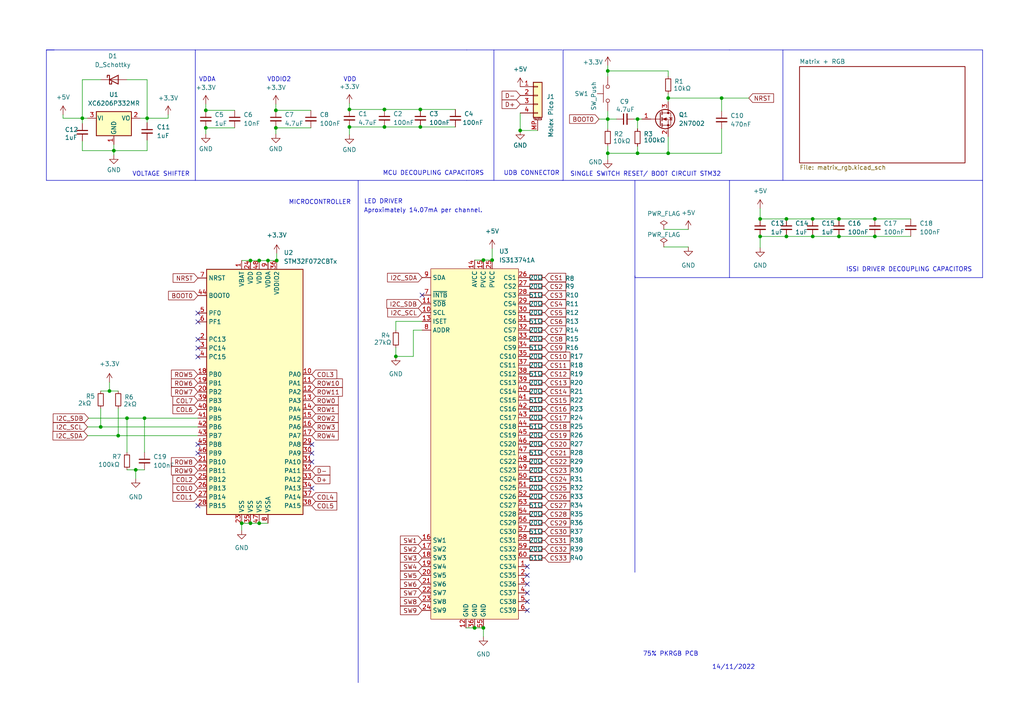
<source format=kicad_sch>
(kicad_sch (version 20230121) (generator eeschema)
  (paper "A4")
  (junction (at 36.83 121.285))
  (junction (at 42.672 34.29))
  (junction (at 41.91 121.285))
  (junction (at 140.208 182.118))
  (junction (at 33.02 43.688))
  (junction (at 101.346 31.75))
  (junction (at 75.184 75.565))
  (junction (at 80.264 75.565))
  (junction (at 23.876 34.29))
  (junction (at 184.912 34.544))
  (junction (at 253.746 68.58))
  (junction (at 59.69 32.004))
  (junction (at 114.808 103.378))
  (junction (at 101.346 36.83))
  (junction (at 235.712 63.5))
  (junction (at 72.644 151.765))
  (junction (at 34.29 126.365))
  (junction (at 59.69 37.084))
  (junction (at 140.208 75.438))
  (junction (at 75.184 151.765))
  (junction (at 209.296 28.448))
  (junction (at 253.746 63.5))
  (junction (at 176.276 34.544))
  (junction (at 31.75 113.411))
  (junction (at 39.37 136.271))
  (junction (at 220.472 63.5))
  (junction (at 176.276 20.574))
  (junction (at 80.01 37.084))
  (junction (at 121.92 36.83))
  (junction (at 184.912 44.45))
  (junction (at 243.332 68.58))
  (junction (at 80.01 32.004))
  (junction (at 150.876 37.846))
  (junction (at 193.802 28.448))
  (junction (at 235.712 68.58))
  (junction (at 228.092 63.5))
  (junction (at 220.472 68.58))
  (junction (at 111.506 36.83))
  (junction (at 142.748 75.438))
  (junction (at 121.92 31.75))
  (junction (at 70.104 151.765))
  (junction (at 72.644 75.565))
  (junction (at 193.802 44.45))
  (junction (at 29.21 123.825))
  (junction (at 77.724 75.565))
  (junction (at 228.092 68.58))
  (junction (at 111.506 31.75))
  (junction (at 176.276 44.45))
  (junction (at 137.668 182.118))
  (junction (at 243.332 63.5))
  (no_connect (at 90.424 128.905))
  (no_connect (at 90.424 133.985))
  (no_connect (at 90.424 141.605))
  (no_connect (at 57.404 146.685))
  (no_connect (at 57.404 131.445))
  (no_connect (at 152.908 164.338))
  (no_connect (at 152.908 166.878))
  (no_connect (at 152.908 169.418))
  (no_connect (at 152.908 171.958))
  (no_connect (at 152.908 174.498))
  (no_connect (at 152.908 177.038))
  (no_connect (at 122.428 85.598))
  (no_connect (at 90.424 131.445))
  (no_connect (at 57.404 90.805))
  (no_connect (at 57.404 93.345))
  (no_connect (at 57.404 98.425))
  (no_connect (at 57.404 100.965))
  (no_connect (at 57.404 103.505))
  (no_connect (at 57.404 128.905))
  (polyline (pts (xy 227.076 14.478) (xy 227.076 52.324)))
  (wire (pts (xy 111.506 31.75) (xy 121.92 31.75)))
  (wire (pts (xy 114.808 100.838) (xy 114.808 103.378)))
  (wire (pts (xy 121.92 31.75) (xy 132.08 31.75)))
  (polyline (pts (xy 13.462 14.478) (xy 56.642 14.478)))
  (wire (pts (xy 23.876 34.29) (xy 25.4 34.29)))
  (wire (pts (xy 34.29 126.365) (xy 57.404 126.365)))
  (wire (pts (xy 150.876 32.766) (xy 150.876 37.846)))
  (wire (pts (xy 18.288 33.274) (xy 18.288 34.29)))
  (wire (pts (xy 193.802 20.574) (xy 193.802 22.098)))
  (polyline (pts (xy 163.322 14.478) (xy 211.582 14.478)))
  (wire (pts (xy 72.644 75.565) (xy 75.184 75.565)))
  (wire (pts (xy 42.672 23.114) (xy 42.672 34.29)))
  (wire (pts (xy 33.02 43.688) (xy 42.672 43.688)))
  (wire (pts (xy 18.288 34.29) (xy 23.876 34.29)))
  (polyline (pts (xy 13.462 14.478) (xy 15.748 14.478)))
  (wire (pts (xy 36.83 121.285) (xy 36.83 131.191)))
  (wire (pts (xy 122.428 95.758) (xy 119.888 95.758)))
  (wire (pts (xy 176.276 34.544) (xy 176.276 32.258)))
  (wire (pts (xy 40.64 34.29) (xy 42.672 34.29)))
  (wire (pts (xy 193.802 44.45) (xy 209.296 44.45)))
  (wire (pts (xy 176.276 44.45) (xy 176.276 46.228)))
  (polyline (pts (xy 211.582 52.324) (xy 211.582 80.518)))
  (wire (pts (xy 33.02 41.91) (xy 33.02 43.688)))
  (wire (pts (xy 80.01 37.084) (xy 80.01 38.862)))
  (wire (pts (xy 29.21 123.825) (xy 57.404 123.825)))
  (wire (pts (xy 101.346 31.75) (xy 111.506 31.75)))
  (wire (pts (xy 176.276 20.574) (xy 193.802 20.574)))
  (polyline (pts (xy 163.068 52.324) (xy 135.382 52.324)))
  (wire (pts (xy 23.876 40.894) (xy 23.876 43.688)))
  (wire (pts (xy 23.876 34.29) (xy 23.876 35.814)))
  (wire (pts (xy 70.104 75.565) (xy 72.644 75.565)))
  (wire (pts (xy 39.37 136.271) (xy 39.37 138.811)))
  (polyline (pts (xy 284.988 52.324) (xy 284.988 14.478)))
  (wire (pts (xy 137.668 75.438) (xy 140.208 75.438)))
  (polyline (pts (xy 184.15 80.01) (xy 184.15 165.989)))
  (wire (pts (xy 183.896 34.544) (xy 184.912 34.544)))
  (polyline (pts (xy 211.582 80.518) (xy 284.988 80.518)))
  (wire (pts (xy 36.83 121.285) (xy 41.91 121.285)))
  (wire (pts (xy 48.768 33.274) (xy 48.768 34.29)))
  (wire (pts (xy 264.16 68.58) (xy 253.746 68.58)))
  (polyline (pts (xy 135.382 52.324) (xy 56.642 52.324)))
  (wire (pts (xy 253.746 63.5) (xy 264.16 63.5)))
  (wire (pts (xy 176.276 34.544) (xy 178.816 34.544)))
  (wire (pts (xy 80.01 30.226) (xy 80.01 32.004)))
  (wire (pts (xy 209.296 28.448) (xy 209.296 32.258)))
  (wire (pts (xy 33.02 43.688) (xy 33.02 44.958)))
  (wire (pts (xy 193.802 44.45) (xy 193.802 39.624)))
  (wire (pts (xy 209.296 37.338) (xy 209.296 44.45)))
  (wire (pts (xy 59.69 37.084) (xy 59.69 38.862)))
  (wire (pts (xy 135.128 182.118) (xy 137.668 182.118)))
  (wire (pts (xy 137.668 182.118) (xy 140.208 182.118)))
  (wire (pts (xy 31.75 113.411) (xy 34.29 113.411)))
  (wire (pts (xy 173.736 34.544) (xy 176.276 34.544)))
  (wire (pts (xy 228.092 63.5) (xy 235.712 63.5)))
  (wire (pts (xy 114.808 103.378) (xy 119.888 103.378)))
  (polyline (pts (xy 184.15 52.324) (xy 184.15 80.518)))
  (polyline (pts (xy 163.322 52.324) (xy 163.068 52.324)))
  (wire (pts (xy 34.29 118.491) (xy 34.29 126.365)))
  (polyline (pts (xy 103.886 52.324) (xy 103.886 197.993)))
  (wire (pts (xy 70.104 151.765) (xy 70.104 153.797)))
  (wire (pts (xy 101.346 36.83) (xy 111.506 36.83)))
  (wire (pts (xy 220.472 68.58) (xy 220.472 71.882)))
  (wire (pts (xy 59.69 30.226) (xy 59.69 32.004)))
  (polyline (pts (xy 135.382 14.478) (xy 163.068 14.478)))
  (polyline (pts (xy 211.582 52.324) (xy 284.988 52.324)))
  (wire (pts (xy 176.276 34.544) (xy 176.276 37.338)))
  (wire (pts (xy 29.21 23.114) (xy 23.876 23.114)))
  (wire (pts (xy 184.912 44.45) (xy 184.912 42.418)))
  (wire (pts (xy 235.712 68.58) (xy 228.092 68.58)))
  (wire (pts (xy 111.506 36.83) (xy 121.92 36.83)))
  (wire (pts (xy 39.37 136.271) (xy 41.91 136.271)))
  (wire (pts (xy 150.876 37.846) (xy 155.956 37.846)))
  (polyline (pts (xy 13.462 14.478) (xy 13.462 52.324)))
  (polyline (pts (xy 56.642 52.324) (xy 13.462 52.324)))
  (wire (pts (xy 192.532 71.628) (xy 199.644 71.628)))
  (wire (pts (xy 101.346 36.83) (xy 101.346 39.116)))
  (polyline (pts (xy 143.256 14.478) (xy 143.256 52.324)))
  (wire (pts (xy 184.912 34.544) (xy 186.182 34.544)))
  (wire (pts (xy 176.276 44.45) (xy 184.912 44.45)))
  (wire (pts (xy 140.208 75.438) (xy 142.748 75.438)))
  (polyline (pts (xy 184.15 80.518) (xy 211.582 80.518)))
  (wire (pts (xy 193.802 28.448) (xy 193.802 29.464)))
  (wire (pts (xy 114.808 93.218) (xy 114.808 95.758)))
  (wire (pts (xy 243.332 68.58) (xy 235.712 68.58)))
  (wire (pts (xy 243.332 63.5) (xy 253.746 63.5)))
  (wire (pts (xy 193.802 28.448) (xy 209.296 28.448)))
  (wire (pts (xy 140.208 182.118) (xy 140.208 184.658)))
  (wire (pts (xy 25.4 123.825) (xy 29.21 123.825)))
  (polyline (pts (xy 56.642 14.478) (xy 56.642 52.324)))
  (wire (pts (xy 42.672 34.29) (xy 42.672 35.56)))
  (wire (pts (xy 122.428 93.218) (xy 114.808 93.218)))
  (wire (pts (xy 80.264 75.565) (xy 80.264 73.533)))
  (wire (pts (xy 77.724 75.565) (xy 80.264 75.565)))
  (wire (pts (xy 59.69 32.004) (xy 68.072 32.004)))
  (wire (pts (xy 25.654 121.285) (xy 36.83 121.285)))
  (wire (pts (xy 75.184 75.565) (xy 77.724 75.565)))
  (wire (pts (xy 29.21 118.491) (xy 29.21 123.825)))
  (wire (pts (xy 23.876 43.688) (xy 33.02 43.688)))
  (wire (pts (xy 75.184 151.765) (xy 72.644 151.765)))
  (wire (pts (xy 176.276 42.418) (xy 176.276 44.45)))
  (wire (pts (xy 80.01 37.084) (xy 90.17 37.084)))
  (wire (pts (xy 41.91 121.285) (xy 57.404 121.285)))
  (wire (pts (xy 192.532 66.548) (xy 199.644 66.548)))
  (wire (pts (xy 29.21 113.411) (xy 31.75 113.411)))
  (wire (pts (xy 25.4 126.365) (xy 34.29 126.365)))
  (wire (pts (xy 176.276 20.574) (xy 176.276 22.098)))
  (wire (pts (xy 176.276 19.05) (xy 176.276 20.574)))
  (wire (pts (xy 77.724 151.765) (xy 75.184 151.765)))
  (wire (pts (xy 184.912 34.544) (xy 184.912 37.338)))
  (wire (pts (xy 220.472 60.452) (xy 220.472 63.5)))
  (wire (pts (xy 31.75 110.871) (xy 31.75 113.411)))
  (wire (pts (xy 59.69 37.084) (xy 68.072 37.084)))
  (wire (pts (xy 48.768 34.29) (xy 42.672 34.29)))
  (wire (pts (xy 184.912 44.45) (xy 193.802 44.45)))
  (wire (pts (xy 80.01 32.004) (xy 90.17 32.004)))
  (wire (pts (xy 119.888 95.758) (xy 119.888 103.378)))
  (wire (pts (xy 193.802 27.178) (xy 193.802 28.448)))
  (wire (pts (xy 220.472 63.5) (xy 228.092 63.5)))
  (polyline (pts (xy 56.642 14.478) (xy 135.382 14.478)))
  (wire (pts (xy 72.644 151.765) (xy 70.104 151.765)))
  (polyline (pts (xy 284.988 80.518) (xy 284.988 52.324)))
  (wire (pts (xy 142.748 72.136) (xy 142.748 75.438)))
  (polyline (pts (xy 284.988 14.478) (xy 211.582 14.478)))
  (wire (pts (xy 36.83 23.114) (xy 42.672 23.114)))
  (wire (pts (xy 228.092 68.58) (xy 220.472 68.58)))
  (wire (pts (xy 41.91 121.285) (xy 41.91 131.191)))
  (wire (pts (xy 36.83 136.271) (xy 39.37 136.271)))
  (wire (pts (xy 121.92 36.83) (xy 132.08 36.83)))
  (wire (pts (xy 235.712 63.5) (xy 243.332 63.5)))
  (wire (pts (xy 253.746 68.58) (xy 243.332 68.58)))
  (wire (pts (xy 101.346 29.972) (xy 101.346 31.75)))
  (polyline (pts (xy 163.322 14.478) (xy 163.322 52.324)))
  (wire (pts (xy 209.296 28.448) (xy 217.17 28.448)))
  (wire (pts (xy 23.876 23.114) (xy 23.876 34.29)))
  (wire (pts (xy 42.672 43.688) (xy 42.672 40.64)))
  (polyline (pts (xy 211.582 52.324) (xy 163.322 52.324)))
  (text "MCU DECOUPLING CAPACITORS " (at 110.998 51.054 0) (effects (font (size 1.27 1.27)) (justify left bottom)))
  (text "ISSI DRIVER DECOUPLING CAPACITORS \n" (at 245.364 78.994 0) (effects (font (size 1.27 1.27)) (justify left bottom)))
  (text "LED DRIVER" (at 105.5624 59.2836 0) (effects (font (size 1.27 1.27)) (justify left bottom)))
  (text "SINGLE SWITCH RESET/ BOOT CIRCUIT STM32\n" (at 165.354 51.308 0) (effects (font (size 1.27 1.27)) (justify left bottom)))
  (text "MICROCONTROLLER" (at 83.7184 59.4868 0) (effects (font (size 1.27 1.27)) (justify left bottom)))
  (text "14/11/2022" (at 206.502 194.31 0) (effects (font (size 1.27 1.27)) (justify left bottom)))
  (text "75% PKRGB PCB" (at 186.436 190.5 0) (effects (font (size 1.27 1.27)) (justify left bottom)))
  (text "UDB CONNECTOR" (at 146.05 51.054 0) (effects (font (size 1.27 1.27)) (justify left bottom)))
  (text "VDDIO2\n" (at 77.47 23.876 0) (effects (font (size 1.27 1.27)) (justify left bottom)))
  (text "VDD\n" (at 99.568 23.876 0) (effects (font (size 1.27 1.27)) (justify left bottom)))
  (text "VDDA \n" (at 57.658 23.876 0) (effects (font (size 1.27 1.27)) (justify left bottom)))
  (text "VOLTAGE SHIFTER" (at 38.354 51.308 0) (effects (font (size 1.27 1.27)) (justify left bottom)))
  (text "Aproximately 14.07mA per channel." (at 105.5116 61.8744 0) (effects (font (size 1.27 1.27)) (justify left bottom)))
  (global_label "I2C_SDA" (shape input) (at 122.428 80.518 180) (property "Intersheetrefs" "${INTERSHEET_REFS}" (effects hide)))
  (global_label "SW5" (shape input) (at 122.428 166.878 180) (property "Intersheetrefs" "${INTERSHEET_REFS}" (effects hide)))
  (global_label "CS9" (shape input) (at 157.988 100.838 0) (property "Intersheetrefs" "${INTERSHEET_REFS}" (effects hide)))
  (global_label "CS19" (shape input) (at 157.988 126.238 0) (property "Intersheetrefs" "${INTERSHEET_REFS}" (effects hide)))
  (global_label "CS22" (shape input) (at 157.988 133.858 0) (property "Intersheetrefs" "${INTERSHEET_REFS}" (effects hide)))
  (global_label "CS12" (shape input) (at 157.988 108.458 0) (property "Intersheetrefs" "${INTERSHEET_REFS}" (effects hide)))
  (global_label "CS27" (shape input) (at 157.988 146.558 0) (property "Intersheetrefs" "${INTERSHEET_REFS}" (effects hide)))
  (global_label "D-" (shape input) (at 150.876 27.686 180) (property "Intersheetrefs" "${INTERSHEET_REFS}" (effects hide)))
  (global_label "COL4" (shape input) (at 90.424 144.145 0) (property "Intersheetrefs" "${INTERSHEET_REFS}" (effects hide)))
  (global_label "ROW4" (shape input) (at 90.424 126.365 0) (property "Intersheetrefs" "${INTERSHEET_REFS}" (effects hide)))
  (global_label "CS25" (shape input) (at 157.988 141.478 0) (property "Intersheetrefs" "${INTERSHEET_REFS}" (effects hide)))
  (global_label "CS10" (shape input) (at 157.988 103.378 0) (property "Intersheetrefs" "${INTERSHEET_REFS}" (effects hide)))
  (global_label "CS11" (shape input) (at 157.988 105.918 0) (property "Intersheetrefs" "${INTERSHEET_REFS}" (effects hide)))
  (global_label "CS7" (shape input) (at 157.988 95.758 0) (property "Intersheetrefs" "${INTERSHEET_REFS}" (effects hide)))
  (global_label "NRST" (shape input) (at 57.404 80.645 180) (property "Intersheetrefs" "${INTERSHEET_REFS}" (effects hide)))
  (global_label "COL2" (shape input) (at 57.404 139.065 180) (property "Intersheetrefs" "${INTERSHEET_REFS}" (effects hide)))
  (global_label "I2C_SDA" (shape input) (at 25.4 126.365 180) (property "Intersheetrefs" "${INTERSHEET_REFS}" (effects hide)))
  (global_label "CS4" (shape input) (at 157.988 88.138 0) (property "Intersheetrefs" "${INTERSHEET_REFS}" (effects hide)))
  (global_label "ROW11" (shape input) (at 90.424 113.665 0) (property "Intersheetrefs" "${INTERSHEET_REFS}" (effects hide)))
  (global_label "BOOT0" (shape input) (at 57.404 85.725 180) (property "Intersheetrefs" "${INTERSHEET_REFS}" (effects hide)))
  (global_label "D+" (shape input) (at 150.876 30.226 180) (property "Intersheetrefs" "${INTERSHEET_REFS}" (effects hide)))
  (global_label "ROW9" (shape input) (at 57.404 136.525 180) (property "Intersheetrefs" "${INTERSHEET_REFS}" (effects hide)))
  (global_label "D-" (shape input) (at 90.424 136.525 0) (property "Intersheetrefs" "${INTERSHEET_REFS}" (effects hide)))
  (global_label "ROW5" (shape input) (at 57.404 108.585 180) (property "Intersheetrefs" "${INTERSHEET_REFS}" (effects hide)))
  (global_label "COL7" (shape input) (at 57.404 116.205 180) (property "Intersheetrefs" "${INTERSHEET_REFS}" (effects hide)))
  (global_label "I2C_SDB" (shape input) (at 25.654 121.285 180) (property "Intersheetrefs" "${INTERSHEET_REFS}" (effects hide)))
  (global_label "ROW10" (shape input) (at 90.424 111.125 0) (property "Intersheetrefs" "${INTERSHEET_REFS}" (effects hide)))
  (global_label "D+" (shape input) (at 90.424 139.065 0) (property "Intersheetrefs" "${INTERSHEET_REFS}" (effects hide)))
  (global_label "CS14" (shape input) (at 157.988 113.538 0) (property "Intersheetrefs" "${INTERSHEET_REFS}" (effects hide)))
  (global_label "CS1" (shape input) (at 157.988 80.518 0) (property "Intersheetrefs" "${INTERSHEET_REFS}" (effects hide)))
  (global_label "SW3" (shape input) (at 122.428 161.798 180) (property "Intersheetrefs" "${INTERSHEET_REFS}" (effects hide)))
  (global_label "SW8" (shape input) (at 122.428 174.498 180) (property "Intersheetrefs" "${INTERSHEET_REFS}" (effects hide)))
  (global_label "ROW1" (shape input) (at 90.424 118.745 0) (property "Intersheetrefs" "${INTERSHEET_REFS}" (effects hide)))
  (global_label "SW7" (shape input) (at 122.428 171.958 180) (property "Intersheetrefs" "${INTERSHEET_REFS}" (effects hide)))
  (global_label "I2C_SCL" (shape input) (at 25.4 123.825 180) (property "Intersheetrefs" "${INTERSHEET_REFS}" (effects hide)))
  (global_label "CS2" (shape input) (at 157.988 83.058 0) (property "Intersheetrefs" "${INTERSHEET_REFS}" (effects hide)))
  (global_label "NRST" (shape input) (at 217.17 28.448 0) (property "Intersheetrefs" "${INTERSHEET_REFS}" (effects hide)))
  (global_label "CS8" (shape input) (at 157.988 98.298 0) (property "Intersheetrefs" "${INTERSHEET_REFS}" (effects hide)))
  (global_label "ROW3" (shape input) (at 90.424 123.825 0) (property "Intersheetrefs" "${INTERSHEET_REFS}" (effects hide)))
  (global_label "CS23" (shape input) (at 157.988 136.398 0) (property "Intersheetrefs" "${INTERSHEET_REFS}" (effects hide)))
  (global_label "CS32" (shape input) (at 157.988 159.258 0) (property "Intersheetrefs" "${INTERSHEET_REFS}" (effects hide)))
  (global_label "CS21" (shape input) (at 157.988 131.318 0) (property "Intersheetrefs" "${INTERSHEET_REFS}" (effects hide)))
  (global_label "COL0" (shape input) (at 57.404 141.605 180) (property "Intersheetrefs" "${INTERSHEET_REFS}" (effects hide)))
  (global_label "CS18" (shape input) (at 157.988 123.698 0) (property "Intersheetrefs" "${INTERSHEET_REFS}" (effects hide)))
  (global_label "COL6" (shape input) (at 57.404 118.745 180) (property "Intersheetrefs" "${INTERSHEET_REFS}" (effects hide)))
  (global_label "SW1" (shape input) (at 122.428 156.718 180) (property "Intersheetrefs" "${INTERSHEET_REFS}" (effects hide)))
  (global_label "ROW6" (shape input) (at 57.404 111.125 180) (property "Intersheetrefs" "${INTERSHEET_REFS}" (effects hide)))
  (global_label "BOOT0" (shape input) (at 173.736 34.544 180) (property "Intersheetrefs" "${INTERSHEET_REFS}" (effects hide)))
  (global_label "COL1" (shape input) (at 57.404 144.145 180) (property "Intersheetrefs" "${INTERSHEET_REFS}" (effects hide)))
  (global_label "CS24" (shape input) (at 157.988 138.938 0) (property "Intersheetrefs" "${INTERSHEET_REFS}" (effects hide)))
  (global_label "SW6" (shape input) (at 122.428 169.418 180) (property "Intersheetrefs" "${INTERSHEET_REFS}" (effects hide)))
  (global_label "CS31" (shape input) (at 157.988 156.718 0) (property "Intersheetrefs" "${INTERSHEET_REFS}" (effects hide)))
  (global_label "CS17" (shape input) (at 157.988 121.158 0) (property "Intersheetrefs" "${INTERSHEET_REFS}" (effects hide)))
  (global_label "CS16" (shape input) (at 157.988 118.618 0) (property "Intersheetrefs" "${INTERSHEET_REFS}" (effects hide)))
  (global_label "I2C_SCL" (shape input) (at 122.428 90.678 180) (property "Intersheetrefs" "${INTERSHEET_REFS}" (effects hide)))
  (global_label "CS28" (shape input) (at 157.988 149.098 0) (property "Intersheetrefs" "${INTERSHEET_REFS}" (effects hide)))
  (global_label "I2C_SDB" (shape input) (at 122.428 88.138 180) (property "Intersheetrefs" "${INTERSHEET_REFS}" (effects hide)))
  (global_label "CS30" (shape input) (at 157.988 154.178 0) (property "Intersheetrefs" "${INTERSHEET_REFS}" (effects hide)))
  (global_label "ROW8" (shape input) (at 57.404 133.985 180) (property "Intersheetrefs" "${INTERSHEET_REFS}" (effects hide)))
  (global_label "COL3" (shape input) (at 90.424 108.585 0) (property "Intersheetrefs" "${INTERSHEET_REFS}" (effects hide)))
  (global_label "CS5" (shape input) (at 157.988 90.678 0) (property "Intersheetrefs" "${INTERSHEET_REFS}" (effects hide)))
  (global_label "SW2" (shape input) (at 122.428 159.258 180) (property "Intersheetrefs" "${INTERSHEET_REFS}" (effects hide)))
  (global_label "CS20" (shape input) (at 157.988 128.778 0) (property "Intersheetrefs" "${INTERSHEET_REFS}" (effects hide)))
  (global_label "ROW7" (shape input) (at 57.404 113.665 180) (property "Intersheetrefs" "${INTERSHEET_REFS}" (effects hide)))
  (global_label "SW4" (shape input) (at 122.428 164.338 180) (property "Intersheetrefs" "${INTERSHEET_REFS}" (effects hide)))
  (global_label "CS15" (shape input) (at 157.988 116.078 0) (property "Intersheetrefs" "${INTERSHEET_REFS}" (effects hide)))
  (global_label "COL5" (shape input) (at 90.424 146.685 0) (property "Intersheetrefs" "${INTERSHEET_REFS}" (effects hide)))
  (global_label "CS33" (shape input) (at 157.988 161.798 0) (property "Intersheetrefs" "${INTERSHEET_REFS}" (effects hide)))
  (global_label "SW9" (shape input) (at 122.428 177.038 180) (property "Intersheetrefs" "${INTERSHEET_REFS}" (effects hide)))
  (global_label "ROW2" (shape input) (at 90.424 121.285 0) (property "Intersheetrefs" "${INTERSHEET_REFS}" (effects hide)))
  (global_label "ROW0" (shape input) (at 90.424 116.205 0) (property "Intersheetrefs" "${INTERSHEET_REFS}" (effects hide)))
  (global_label "CS3" (shape input) (at 157.988 85.598 0) (property "Intersheetrefs" "${INTERSHEET_REFS}" (effects hide)))
  (global_label "CS6" (shape input) (at 157.988 93.218 0) (property "Intersheetrefs" "${INTERSHEET_REFS}" (effects hide)))
  (global_label "CS26" (shape input) (at 157.988 144.018 0) (property "Intersheetrefs" "${INTERSHEET_REFS}" (effects hide)))
  (global_label "CS13" (shape input) (at 157.988 110.998 0) (property "Intersheetrefs" "${INTERSHEET_REFS}" (effects hide)))
  (global_label "CS29" (shape input) (at 157.988 151.638 0) (property "Intersheetrefs" "${INTERSHEET_REFS}" (effects hide)))
  (symbol (lib_id "Switch:SW_Push") (at 176.276 27.178 90) (unit 1)
    (property "Reference" "SW1" (at 166.624 27.178 90) (effects (justify right)))
    (property "Value" "SW_Push" (at 172.212 23.622 0) (effects (justify right)))
    (property "Footprint" "Button_Switch_SMD:SW_SPST_SKQG_WithoutStem" (effects hide))
    (property "LCSC" "C92584" (effects hide))
  )
  (symbol (lib_id "Device:R_Small") (at 155.448 95.758 90) (unit 1)
    (property "Reference" "R14" (at 167.894 95.758 90) (effects (justify left)))
    (property "Value" "20Ω" (at 157.48 95.758 90) (effects (justify left)))
    (property "Footprint" "Resistor_SMD:R_0402_1005Metric" (effects hide))
    (property "LCSC" "C25150" (effects hide))
  )
  (symbol (lib_id "power:PWR_FLAG") (at 192.532 71.628 0) (unit 1)
    (property "Reference" "#FLG02" (effects hide))
    (property "Value" "PWR_FLAG" (at 187.706 68.072 0) (effects (justify left)))
  )
  (symbol (lib_id "Device:R_Small") (at 155.448 110.998 90) (unit 1)
    (property "Reference" "R20" (at 169.164 110.998 90) (effects (justify left)))
    (property "Value" "20Ω" (at 157.48 110.998 90) (effects (justify left)))
    (property "Footprint" "Resistor_SMD:R_0402_1005Metric" (effects hide))
    (property "LCSC" "C25150" (effects hide))
  )
  (symbol (lib_id "Device:R_Small") (at 155.448 154.178 90) (unit 1)
    (property "Reference" "R37" (at 169.164 154.178 90) (effects (justify left)))
    (property "Value" "51Ω" (at 157.48 154.178 90) (effects (justify left)))
    (property "Footprint" "Resistor_SMD:R_0402_1005Metric" (effects hide))
    (property "LCSC" "C25125" (effects hide))
  )
  (symbol (lib_id "Device:C_Small") (at 80.01 34.544 0) (unit 1)
    (property "Reference" "C7" (at 82.55 33.2802 0) (effects (justify left)))
    (property "Value" "4.7uF" (at 82.55 35.8202 0) (effects (justify left)))
    (property "Footprint" "Capacitor_SMD:C_0402_1005Metric" (effects hide))
    (property "LCSC" "C368809" (effects hide))
  )
  (symbol (lib_id "Device:R_Small") (at 155.448 149.098 90) (unit 1)
    (property "Reference" "R35" (at 169.164 149.098 90) (effects (justify left)))
    (property "Value" "20Ω" (at 157.48 149.098 90) (effects (justify left)))
    (property "Footprint" "Resistor_SMD:R_0402_1005Metric" (effects hide))
    (property "LCSC" "C25150" (effects hide))
  )
  (symbol (lib_id "Device:R_Small") (at 155.448 121.158 90) (unit 1)
    (property "Reference" "R24" (at 169.164 121.158 90) (effects (justify left)))
    (property "Value" "20Ω" (at 157.48 121.158 90) (effects (justify left)))
    (property "Footprint" "Resistor_SMD:R_0402_1005Metric" (effects hide))
    (property "LCSC" "C25150" (effects hide))
  )
  (symbol (lib_id "Device:R_Small") (at 155.448 161.798 90) (unit 1)
    (property "Reference" "R40" (at 169.164 161.798 90) (effects (justify left)))
    (property "Value" "51Ω" (at 157.48 161.798 90) (effects (justify left)))
    (property "Footprint" "Resistor_SMD:R_0402_1005Metric" (effects hide))
    (property "LCSC" "C25125" (effects hide))
  )
  (symbol (lib_id "power:GND") (at 140.208 184.658 0) (unit 1)
    (property "Reference" "#PWR024" (effects hide))
    (property "Value" "GND" (at 140.208 189.738 0))
  )
  (symbol (lib_id "Connector_Generic_MountingPin:Conn_01x04_MountingPin") (at 155.956 27.686 0) (unit 1)
    (property "Reference" "J1" (at 158.496 28.0415 0) (effects (justify left)))
    (property "Value" "Molex Pico " (at 159.766 39.878 90) (effects (justify left)))
    (property "Footprint" "Connector_Molex:Molex_Pico-EZmate_78171-0004_1x04-1MP_P1.20mm_Vertical" (effects hide))
    (property "LCSC" "C588524" (effects hide))
  )
  (symbol (lib_id "power:GND") (at 59.69 38.862 0) (unit 1)
    (property "Reference" "#PWR08" (effects hide))
    (property "Value" "GND" (at 57.658 43.18 0) (effects (justify left)))
  )
  (symbol (lib_id "power:GND") (at 101.346 39.116 0) (mirror y) (unit 1)
    (property "Reference" "#PWR010" (effects hide))
    (property "Value" "GND" (at 103.378 43.434 0) (effects (justify left)))
  )
  (symbol (lib_id "Device:C_Small") (at 209.296 34.798 0) (unit 1)
    (property "Reference" "C10" (at 211.836 33.5342 0) (effects (justify left)))
    (property "Value" "470nF " (at 211.836 36.0742 0) (effects (justify left)))
    (property "Footprint" "Capacitor_SMD:C_0402_1005Metric" (effects hide))
    (property "LCSC" "C47339" (effects hide))
  )
  (symbol (lib_id "Device:C_Small") (at 264.16 66.04 0) (unit 1)
    (property "Reference" "C18" (at 266.7 64.7762 0) (effects (justify left)))
    (property "Value" "100nF" (at 266.7 67.3162 0) (effects (justify left)))
    (property "Footprint" "Capacitor_SMD:C_0402_1005Metric" (effects hide))
    (property "LCSC" "C307331" (effects hide))
  )
  (symbol (lib_id "Device:R_Small") (at 155.448 128.778 90) (unit 1)
    (property "Reference" "R27" (at 169.164 128.778 90) (effects (justify left)))
    (property "Value" "20Ω" (at 157.48 128.778 90) (effects (justify left)))
    (property "Footprint" "Resistor_SMD:R_0402_1005Metric" (effects hide))
    (property "LCSC" "C25150" (effects hide))
  )
  (symbol (lib_id "power:+5V") (at 220.472 60.452 0) (unit 1)
    (property "Reference" "#PWR014" (effects hide))
    (property "Value" "+5V" (at 220.472 55.372 0))
  )
  (symbol (lib_id "power:+3.3V") (at 176.276 19.05 0) (unit 1)
    (property "Reference" "#PWR01" (effects hide))
    (property "Value" "+3.3V" (at 171.958 18.034 0))
  )
  (symbol (lib_id "Device:R_Small") (at 155.448 105.918 90) (unit 1)
    (property "Reference" "R18" (at 169.164 105.918 90) (effects (justify left)))
    (property "Value" "20Ω" (at 157.48 105.918 90) (effects (justify left)))
    (property "Footprint" "Resistor_SMD:R_0402_1005Metric" (effects hide))
    (property "LCSC" "C25150" (effects hide))
  )
  (symbol (lib_id "power:GND") (at 220.472 71.882 0) (unit 1)
    (property "Reference" "#PWR017" (effects hide))
    (property "Value" "GND" (at 220.472 76.962 0))
  )
  (symbol (lib_id "Device:R_Small") (at 155.448 118.618 90) (unit 1)
    (property "Reference" "R23" (at 169.164 118.618 90) (effects (justify left)))
    (property "Value" "20Ω" (at 157.48 118.618 90) (effects (justify left)))
    (property "Footprint" "Resistor_SMD:R_0402_1005Metric" (effects hide))
    (property "LCSC" "C25150" (effects hide))
  )
  (symbol (lib_id "power:+5V") (at 150.876 25.146 0) (unit 1)
    (property "Reference" "#PWR02" (effects hide))
    (property "Value" "+5V" (at 150.876 20.066 0))
  )
  (symbol (lib_id "Device:C_Small") (at 90.17 34.544 0) (unit 1)
    (property "Reference" "C8" (at 92.71 33.2802 0) (effects (justify left)))
    (property "Value" "100nF" (at 92.71 35.8202 0) (effects (justify left)))
    (property "Footprint" "Capacitor_SMD:C_0402_1005Metric" (effects hide))
    (property "LCSC" "C307331" (effects hide))
  )
  (symbol (lib_id "Device:R_Small") (at 34.29 115.951 0) (unit 1)
    (property "Reference" "R6" (at 36.068 115.189 0) (effects (justify left)))
    (property "Value" "2kΩ" (at 35.814 117.221 0) (effects (justify left)))
    (property "Footprint" "Resistor_SMD:R_0402_1005Metric" (effects hide))
    (property "LCSC" "C4109" (effects hide))
  )
  (symbol (lib_id "Device:R_Small") (at 155.448 133.858 90) (unit 1)
    (property "Reference" "R29" (at 169.164 133.858 90) (effects (justify left)))
    (property "Value" "20Ω" (at 157.48 133.858 90) (effects (justify left)))
    (property "Footprint" "Resistor_SMD:R_0402_1005Metric" (effects hide))
    (property "LCSC" "C25150" (effects hide))
  )
  (symbol (lib_id "Device:C_Small") (at 235.712 66.04 0) (unit 1)
    (property "Reference" "C15" (at 238.252 64.7762 0) (effects (justify left)))
    (property "Value" "1uF" (at 238.252 67.3162 0) (effects (justify left)))
    (property "Footprint" "Capacitor_SMD:C_0402_1005Metric" (effects hide))
    (property "LCSC" "C52923" (effects hide))
  )
  (symbol (lib_id "Device:R_Small") (at 155.448 138.938 90) (unit 1)
    (property "Reference" "R31" (at 169.164 138.938 90) (effects (justify left)))
    (property "Value" "51Ω" (at 157.48 138.938 90) (effects (justify left)))
    (property "Footprint" "Resistor_SMD:R_0402_1005Metric" (effects hide))
    (property "LCSC" "C25125" (effects hide))
  )
  (symbol (lib_id "Device:R_Small") (at 155.448 98.298 90) (unit 1)
    (property "Reference" "R15" (at 167.894 98.298 90) (effects (justify left)))
    (property "Value" "20Ω" (at 157.48 98.298 90) (effects (justify left)))
    (property "Footprint" "Resistor_SMD:R_0402_1005Metric" (effects hide))
    (property "LCSC" "C25150" (effects hide))
  )
  (symbol (lib_id "Regulator_Linear:XC6206PxxxMR") (at 33.02 34.29 0) (unit 1)
    (property "Reference" "U1" (at 33.02 27.432 0))
    (property "Value" "XC6206P332MR" (at 33.02 29.972 0))
    (property "Footprint" "Package_TO_SOT_SMD:SOT-23" (effects hide))
    (property "Datasheet" "https://www.torexsemi.com/file/xc6206/XC6206.pdf" (effects hide))
    (property "LCSC" "C5446" (effects hide))
  )
  (symbol (lib_id "power:+3.3V") (at 101.346 29.972 0) (unit 1)
    (property "Reference" "#PWR03" (effects hide))
    (property "Value" "+3.3V" (at 101.346 25.146 0))
  )
  (symbol (lib_id "Device:R_Small") (at 176.276 39.878 0) (unit 1)
    (property "Reference" "R2" (at 178.054 38.862 0) (effects (justify left)))
    (property "Value" "10kΩ" (at 177.8 40.894 0) (effects (justify left)))
    (property "Footprint" "Resistor_SMD:R_0402_1005Metric" (effects hide))
    (property "LCSC" "C25744" (effects hide))
  )
  (symbol (lib_id "Device:R_Small") (at 155.448 131.318 90) (unit 1)
    (property "Reference" "R28" (at 169.164 131.318 90) (effects (justify left)))
    (property "Value" "51Ω" (at 157.48 131.318 90) (effects (justify left)))
    (property "Footprint" "Resistor_SMD:R_0402_1005Metric" (effects hide))
    (property "LCSC" "C25125" (effects hide))
  )
  (symbol (lib_id "Device:R_Small") (at 155.448 80.518 90) (unit 1)
    (property "Reference" "R8" (at 166.624 80.772 90) (effects (justify left)))
    (property "Value" "20Ω" (at 157.48 80.518 90) (effects (justify left)))
    (property "Footprint" "Resistor_SMD:R_0402_1005Metric" (effects hide))
    (property "LCSC" "C25150" (effects hide))
  )
  (symbol (lib_id "power:+3.3V") (at 31.75 110.871 0) (unit 1)
    (property "Reference" "#PWR021" (effects hide))
    (property "Value" "+3.3V" (at 31.75 105.537 0))
  )
  (symbol (lib_id "Device:R_Small") (at 155.448 88.138 90) (unit 1)
    (property "Reference" "R11" (at 167.894 88.138 90) (effects (justify left)))
    (property "Value" "20Ω" (at 157.48 88.138 90) (effects (justify left)))
    (property "Footprint" "Resistor_SMD:R_0402_1005Metric" (effects hide))
    (property "LCSC" "C25150" (effects hide))
  )
  (symbol (lib_id "marbastlib-various:IS313741A") (at 137.668 128.778 0) (unit 1)
    (property "Reference" "U3" (at 144.7674 72.898 0) (effects (justify left)))
    (property "Value" "IS313741A" (at 144.7674 75.438 0) (effects (justify left)))
    (property "Footprint" "PCM_marbastlib-various:QFN-60_EP_7x7_Pitch0.4mm" (effects hide))
    (property "Datasheet" "https://www.lumissil.com/assets/pdf/core/IS31FL3741A_DS.pdf" (effects hide))
    (property "LCSC" "C2844697" (effects hide))
  )
  (symbol (lib_id "Device:C_Small") (at 220.472 66.04 0) (unit 1)
    (property "Reference" "C13" (at 223.52 64.7762 0) (effects (justify left)))
    (property "Value" "1uF" (at 223.52 67.3162 0) (effects (justify left)))
    (property "Footprint" "Capacitor_SMD:C_0402_1005Metric" (effects hide))
    (property "LCSC" "C52923" (effects hide))
  )
  (symbol (lib_id "Device:R_Small") (at 155.448 151.638 90) (unit 1)
    (property "Reference" "R36" (at 169.164 151.638 90) (effects (justify left)))
    (property "Value" "20Ω" (at 157.48 151.638 90) (effects (justify left)))
    (property "Footprint" "Resistor_SMD:R_0402_1005Metric" (effects hide))
    (property "LCSC" "C25150" (effects hide))
  )
  (symbol (lib_id "Device:C_Small") (at 228.092 66.04 0) (unit 1)
    (property "Reference" "C14" (at 230.632 64.7762 0) (effects (justify left)))
    (property "Value" "1uF" (at 230.632 67.3162 0) (effects (justify left)))
    (property "Footprint" "Capacitor_SMD:C_0402_1005Metric" (effects hide))
    (property "LCSC" "C52923" (effects hide))
  )
  (symbol (lib_id "Device:R_Small") (at 114.808 98.298 0) (unit 1)
    (property "Reference" "R4" (at 110.49 97.282 0) (effects (justify left)))
    (property "Value" "27kΩ" (at 108.458 99.314 0) (effects (justify left)))
    (property "Footprint" "Resistor_SMD:R_0402_1005Metric" (effects hide))
    (property "LCSC" "C138022" (effects hide))
  )
  (symbol (lib_id "power:GND") (at 150.876 37.846 0) (unit 1)
    (property "Reference" "#PWR011" (effects hide))
    (property "Value" "GND" (at 148.844 42.164 0) (effects (justify left)))
  )
  (symbol (lib_id "power:+3.3V") (at 80.01 30.226 0) (unit 1)
    (property "Reference" "#PWR05" (effects hide))
    (property "Value" "+3.3V" (at 80.01 25.4 0))
  )
  (symbol (lib_id "Device:R_Small") (at 155.448 90.678 90) (unit 1)
    (property "Reference" "R12" (at 167.894 90.678 90) (effects (justify left)))
    (property "Value" "20Ω" (at 157.48 90.678 90) (effects (justify left)))
    (property "Footprint" "Resistor_SMD:R_0402_1005Metric" (effects hide))
    (property "LCSC" "C25150" (effects hide))
  )
  (symbol (lib_id "power:GND") (at 176.276 46.228 0) (unit 1)
    (property "Reference" "#PWR012" (effects hide))
    (property "Value" "GND" (at 170.688 46.99 0) (effects (justify left)))
  )
  (symbol (lib_id "Transistor_FET:2N7002") (at 191.262 34.544 0) (unit 1)
    (property "Reference" "Q1" (at 196.85 33.2739 0) (effects (justify left)))
    (property "Value" "2N7002" (at 196.85 35.8139 0) (effects (justify left)))
    (property "Footprint" "Package_TO_SOT_SMD:SOT-23" (effects hide))
    (property "Datasheet" "https://www.onsemi.com/pub/Collateral/NDS7002A-D.PDF" (effects hide))
    (property "LCSC" "C8545" (effects hide))
  )
  (symbol (lib_id "Device:R_Small") (at 29.21 115.951 0) (unit 1)
    (property "Reference" "R5" (at 24.892 114.935 0) (effects (justify left)))
    (property "Value" "2kΩ" (at 22.606 116.967 0) (effects (justify left)))
    (property "Footprint" "Resistor_SMD:R_0402_1005Metric" (effects hide))
    (property "LCSC" "C4109" (effects hide))
  )
  (symbol (lib_id "Device:R_Small") (at 155.448 85.598 90) (unit 1)
    (property "Reference" "R10" (at 167.894 85.598 90) (effects (justify left)))
    (property "Value" "51Ω" (at 157.48 85.598 90) (effects (justify left)))
    (property "Footprint" "Resistor_SMD:R_0402_1005Metric" (effects hide))
    (property "LCSC" "C25125" (effects hide))
  )
  (symbol (lib_id "Device:R_Small") (at 155.448 136.398 90) (unit 1)
    (property "Reference" "R30" (at 169.164 136.398 90) (effects (justify left)))
    (property "Value" "20Ω" (at 157.48 136.398 90) (effects (justify left)))
    (property "Footprint" "Resistor_SMD:R_0402_1005Metric" (effects hide))
    (property "LCSC" "C25150" (effects hide))
  )
  (symbol (lib_id "Device:R_Small") (at 155.448 100.838 90) (unit 1)
    (property "Reference" "R16" (at 167.894 100.838 90) (effects (justify left)))
    (property "Value" "51Ω" (at 157.48 100.838 90) (effects (justify left)))
    (property "Footprint" "Resistor_SMD:R_0402_1005Metric" (effects hide))
    (property "LCSC" "C25125" (effects hide))
  )
  (symbol (lib_id "Device:R_Small") (at 36.83 133.731 0) (unit 1)
    (property "Reference" "R7" (at 32.512 132.461 0) (effects (justify left)))
    (property "Value" "100kΩ" (at 28.448 134.747 0) (effects (justify left)))
    (property "Footprint" "Resistor_SMD:R_0402_1005Metric" (effects hide))
    (property "LCSC" "C25741" (effects hide))
  )
  (symbol (lib_id "Device:R_Small") (at 155.448 103.378 90) (unit 1)
    (property "Reference" "R17" (at 169.164 103.378 90) (effects (justify left)))
    (property "Value" "20Ω" (at 157.48 103.378 90) (effects (justify left)))
    (property "Footprint" "Resistor_SMD:R_0402_1005Metric" (effects hide))
    (property "LCSC" "C25150" (effects hide))
  )
  (symbol (lib_id "power:GND") (at 199.644 71.628 0) (unit 1)
    (property "Reference" "#PWR016" (effects hide))
    (property "Value" "GND" (at 199.644 76.962 0))
  )
  (symbol (lib_id "Device:R_Small") (at 155.448 113.538 90) (unit 1)
    (property "Reference" "R21" (at 169.164 113.538 90) (effects (justify left)))
    (property "Value" "20Ω" (at 157.48 113.538 90) (effects (justify left)))
    (property "Footprint" "Resistor_SMD:R_0402_1005Metric" (effects hide))
    (property "LCSC" "C25150" (effects hide))
  )
  (symbol (lib_id "Device:R_Small") (at 155.448 93.218 90) (unit 1)
    (property "Reference" "R13" (at 167.894 93.218 90) (effects (justify left)))
    (property "Value" "51Ω" (at 157.48 93.218 90) (effects (justify left)))
    (property "Footprint" "Resistor_SMD:R_0402_1005Metric" (effects hide))
    (property "LCSC" "C25125" (effects hide))
  )
  (symbol (lib_id "Device:C_Small") (at 111.506 34.29 0) (unit 1)
    (property "Reference" "C2" (at 114.046 33.0262 0) (effects (justify left)))
    (property "Value" "100nF" (at 114.046 35.5662 0) (effects (justify left)))
    (property "Footprint" "Capacitor_SMD:C_0402_1005Metric" (effects hide))
    (property "LCSC" "C307331" (effects hide))
  )
  (symbol (lib_id "power:+3.3V") (at 59.69 30.226 0) (unit 1)
    (property "Reference" "#PWR04" (effects hide))
    (property "Value" "+3.3V" (at 59.69 25.4 0))
  )
  (symbol (lib_id "power:GND") (at 33.02 44.958 0) (unit 1)
    (property "Reference" "#PWR013" (effects hide))
    (property "Value" "GND" (at 30.988 49.276 0) (effects (justify left)))
  )
  (symbol (lib_id "Device:R_Small") (at 155.448 156.718 90) (unit 1)
    (property "Reference" "R38" (at 169.164 156.718 90) (effects (justify left)))
    (property "Value" "20Ω" (at 157.48 156.718 90) (effects (justify left)))
    (property "Footprint" "Resistor_SMD:R_0402_1005Metric" (effects hide))
    (property "LCSC" "C25150" (effects hide))
  )
  (symbol (lib_id "Device:C_Small") (at 23.876 38.354 0) (unit 1)
    (property "Reference" "C12" (at 18.796 37.592 0) (effects (justify left)))
    (property "Value" "1uF" (at 18.796 39.878 0) (effects (justify left)))
    (property "Footprint" "Capacitor_SMD:C_0402_1005Metric" (effects hide))
    (property "LCSC" "C52923" (effects hide))
  )
  (symbol (lib_id "Device:R_Small") (at 155.448 108.458 90) (unit 1)
    (property "Reference" "R19" (at 169.164 108.458 90) (effects (justify left)))
    (property "Value" "51Ω" (at 157.48 108.458 90) (effects (justify left)))
    (property "Footprint" "Resistor_SMD:R_0402_1005Metric" (effects hide))
    (property "LCSC" "C25125" (effects hide))
  )
  (symbol (lib_id "Device:R_Small") (at 184.912 39.878 0) (unit 1)
    (property "Reference" "R3" (at 186.69 38.862 0) (effects (justify left)))
    (property "Value" "100kΩ" (at 186.69 40.64 0) (effects (justify left)))
    (property "Footprint" "Resistor_SMD:R_0402_1005Metric" (effects hide))
    (property "LCSC" "C25741" (effects hide))
  )
  (symbol (lib_id "Device:R_Small") (at 155.448 83.058 90) (unit 1)
    (property "Reference" "R9" (at 166.624 83.058 90) (effects (justify left)))
    (property "Value" "20Ω" (at 157.48 83.058 90) (effects (justify left)))
    (property "Footprint" "Resistor_SMD:R_0402_1005Metric" (effects hide))
    (property "LCSC" "C25150" (effects hide))
  )
  (symbol (lib_id "Device:R_Small") (at 155.448 123.698 90) (unit 1)
    (property "Reference" "R25" (at 169.164 123.698 90) (effects (justify left)))
    (property "Value" "51Ω" (at 157.48 123.698 90) (effects (justify left)))
    (property "Footprint" "Resistor_SMD:R_0402_1005Metric" (effects hide))
    (property "LCSC" "C25125" (effects hide))
  )
  (symbol (lib_id "Device:C_Small") (at 59.69 34.544 0) (unit 1)
    (property "Reference" "C5" (at 62.23 33.2802 0) (effects (justify left)))
    (property "Value" "1uF" (at 62.23 35.8202 0) (effects (justify left)))
    (property "Footprint" "Capacitor_SMD:C_0402_1005Metric" (effects hide))
    (property "LCSC" "C52923" (effects hide))
  )
  (symbol (lib_id "power:GND") (at 70.104 153.797 0) (unit 1)
    (property "Reference" "#PWR023" (effects hide))
    (property "Value" "GND" (at 70.104 158.877 0))
  )
  (symbol (lib_id "Device:R_Small") (at 155.448 144.018 90) (unit 1)
    (property "Reference" "R33" (at 169.164 144.018 90) (effects (justify left)))
    (property "Value" "20Ω" (at 157.48 144.018 90) (effects (justify left)))
    (property "Footprint" "Resistor_SMD:R_0402_1005Metric" (effects hide))
    (property "LCSC" "C25150" (effects hide))
  )
  (symbol (lib_id "Device:R_Small") (at 155.448 141.478 90) (unit 1)
    (property "Reference" "R32" (at 169.164 141.478 90) (effects (justify left)))
    (property "Value" "20Ω" (at 157.48 141.478 90) (effects (justify left)))
    (property "Footprint" "Resistor_SMD:R_0402_1005Metric" (effects hide))
    (property "LCSC" "C25150" (effects hide))
  )
  (symbol (lib_id "Device:D_Schottky") (at 33.02 23.114 0) (unit 1)
    (property "Reference" "D1" (at 32.7025 16.256 0))
    (property "Value" "D_Schottky" (at 32.7025 18.796 0))
    (property "Footprint" "Diode_SMD:D_SOD-123" (effects hide))
    (property "LCSC" "C82544" (effects hide))
  )
  (symbol (lib_id "Device:R_Small") (at 155.448 126.238 90) (unit 1)
    (property "Reference" "R26" (at 169.164 126.238 90) (effects (justify left)))
    (property "Value" "20Ω" (at 157.48 126.238 90) (effects (justify left)))
    (property "Footprint" "Resistor_SMD:R_0402_1005Metric" (effects hide))
    (property "LCSC" "C25150" (effects hide))
  )
  (symbol (lib_id "Device:R_Small") (at 155.448 116.078 90) (unit 1)
    (property "Reference" "R22" (at 169.164 116.078 90) (effects (justify left)))
    (property "Value" "51Ω" (at 157.48 116.078 90) (effects (justify left)))
    (property "Footprint" "Resistor_SMD:R_0402_1005Metric" (effects hide))
    (property "LCSC" "C25125" (effects hide))
  )
  (symbol (lib_id "Device:C_Small") (at 101.346 34.29 0) (unit 1)
    (property "Reference" "C1" (at 103.886 33.0262 0) (effects (justify left)))
    (property "Value" "4.7uF" (at 103.886 35.5662 0) (effects (justify left)))
    (property "Footprint" "Capacitor_SMD:C_0402_1005Metric" (effects hide))
    (property "LCSC" "C368809" (effects hide))
  )
  (symbol (lib_id "power:+5V") (at 142.748 72.136 0) (unit 1)
    (property "Reference" "#PWR018" (effects hide))
    (property "Value" "+5V" (at 142.748 67.056 0))
  )
  (symbol (lib_id "Device:C_Small") (at 68.072 34.544 0) (unit 1)
    (property "Reference" "C6" (at 70.612 33.2802 0) (effects (justify left)))
    (property "Value" "10nF" (at 70.612 35.8202 0) (effects (justify left)))
    (property "Footprint" "Capacitor_SMD:C_0402_1005Metric" (effects hide))
    (property "LCSC" "C15195" (effects hide))
  )
  (symbol (lib_id "Device:C_Small") (at 132.08 34.29 0) (unit 1)
    (property "Reference" "C4" (at 134.62 33.0262 0) (effects (justify left)))
    (property "Value" "100nF" (at 134.112 35.56 0) (effects (justify left)))
    (property "Footprint" "Capacitor_SMD:C_0402_1005Metric" (effects hide))
    (property "LCSC" "C307331" (effects hide))
  )
  (symbol (lib_id "Device:C_Small") (at 41.91 133.731 0) (unit 1)
    (property "Reference" "C19" (at 44.45 132.4672 0) (effects (justify left)))
    (property "Value" "100nF" (at 44.45 135.0072 0) (effects (justify left)))
    (property "Footprint" "Capacitor_SMD:C_0402_1005Metric" (effects hide))
    (property "LCSC" "C307331" (effects hide))
  )
  (symbol (lib_id "power:+5V") (at 199.644 66.548 0) (unit 1)
    (property "Reference" "#PWR015" (effects hide))
    (property "Value" "+5V" (at 199.644 61.722 0))
  )
  (symbol (lib_id "Device:C_Small") (at 42.672 38.1 0) (unit 1)
    (property "Reference" "C11" (at 45.466 36.8362 0) (effects (justify left)))
    (property "Value" "1uF" (at 45.466 39.3762 0) (effects (justify left)))
    (property "Footprint" "Capacitor_SMD:C_0402_1005Metric" (effects hide))
    (property "LCSC" "C52923" (effects hide))
  )
  (symbol (lib_id "Device:C_Small") (at 181.356 34.544 90) (unit 1)
    (property "Reference" "C9" (at 181.102 29.464 90))
    (property "Value" "4.7uF" (at 181.356 31.75 90))
    (property "Footprint" "Capacitor_SMD:C_0402_1005Metric" (effects hide))
    (property "LCSC" "C368809" (effects hide))
  )
  (symbol (lib_id "Device:R_Small") (at 155.448 146.558 90) (unit 1)
    (property "Reference" "R34" (at 169.164 146.558 90) (effects (justify left)))
    (property "Value" "51Ω" (at 157.48 146.558 90) (effects (justify left)))
    (property "Footprint" "Resistor_SMD:R_0402_1005Metric" (effects hide))
    (property "LCSC" "C25125" (effects hide))
  )
  (symbol (lib_id "power:+5V") (at 18.288 33.274 0) (unit 1)
    (property "Reference" "#PWR06" (effects hide))
    (property "Value" "+5V" (at 18.288 28.194 0))
  )
  (symbol (lib_id "power:PWR_FLAG") (at 192.532 66.548 0) (unit 1)
    (property "Reference" "#FLG01" (effects hide))
    (property "Value" "PWR_FLAG" (at 192.532 61.976 0))
  )
  (symbol (lib_id "power:GND") (at 114.808 103.378 0) (unit 1)
    (property "Reference" "#PWR020" (effects hide))
    (property "Value" "GND" (at 114.808 108.458 0))
  )
  (symbol (lib_id "power:+3.3V") (at 80.264 73.533 0) (unit 1)
    (property "Reference" "#PWR019" (effects hide))
    (property "Value" "+3.3V" (at 80.264 68.199 0))
  )
  (symbol (lib_id "power:GND") (at 80.01 38.862 0) (mirror y) (unit 1)
    (property "Reference" "#PWR09" (effects hide))
    (property "Value" "GND" (at 82.042 43.18 0) (effects (justify left)))
  )
  (symbol (lib_id "MCU_ST_STM32F0:STM32F072CBTx") (at 75.184 113.665 0) (unit 1)
    (property "Reference" "U2" (at 82.296 73.279 0) (effects (justify left)))
    (property "Value" "STM32F072CBTx" (at 82.296 75.819 0) (effects (justify left)))
    (property "Footprint" "Package_QFP:LQFP-48_7x7mm_P0.5mm" (effects hide))
    (property "Datasheet" "http://www.st.com/st-web-ui/static/active/en/resource/technical/document/datasheet/DM00090510.pdf" (effects hide))
    (property "LCSC" "C81720" (effects hide))
  )
  (symbol (lib_id "Device:C_Small") (at 253.746 66.04 0) (unit 1)
    (property "Reference" "C17" (at 256.286 64.7762 0) (effects (justify left)))
    (property "Value" "100nF" (at 256.286 67.3162 0) (effects (justify left)))
    (property "Footprint" "Capacitor_SMD:C_0402_1005Metric" (effects hide))
    (property "LCSC" "C307331" (effects hide))
  )
  (symbol (lib_id "power:+3.3V") (at 48.768 33.274 0) (unit 1)
    (property "Reference" "#PWR07" (effects hide))
    (property "Value" "+3.3V" (at 48.768 28.448 0))
  )
  (symbol (lib_id "Device:R_Small") (at 193.802 24.638 0) (unit 1)
    (property "Reference" "R1" (at 195.58 23.622 0) (effects (justify left)))
    (property "Value" "10kΩ" (at 195.326 25.654 0) (effects (justify left)))
    (property "Footprint" "Resistor_SMD:R_0402_1005Metric" (effects hide))
    (property "LCSC" "C25744" (effects hide))
  )
  (symbol (lib_id "power:GND") (at 39.37 138.811 0) (unit 1)
    (property "Reference" "#PWR022" (effects hide))
    (property "Value" "GND" (at 39.37 144.145 0))
  )
  (symbol (lib_id "Device:R_Small") (at 155.448 159.258 90) (unit 1)
    (property "Reference" "R39" (at 169.164 159.258 90) (effects (justify left)))
    (property "Value" "20Ω" (at 157.48 159.258 90) (effects (justify left)))
    (property "Footprint" "Resistor_SMD:R_0402_1005Metric" (effects hide))
    (property "LCSC" "C25150" (effects hide))
  )
  (symbol (lib_id "Device:C_Small") (at 243.332 66.04 0) (unit 1)
    (property "Reference" "C16" (at 245.872 64.7762 0) (effects (justify left)))
    (property "Value" "100nF" (at 245.872 67.3162 0) (effects (justify left)))
    (property "Footprint" "Capacitor_SMD:C_0402_1005Metric" (effects hide))
    (property "LCSC" "C307331" (effects hide))
  )
  (symbol (lib_id "Device:C_Small") (at 121.92 34.29 0) (unit 1)
    (property "Reference" "C3" (at 124.46 33.0262 0) (effects (justify left)))
    (property "Value" "100nF" (at 124.46 35.5662 0) (effects (justify left)))
    (property "Footprint" "Capacitor_SMD:C_0402_1005Metric" (effects hide))
    (property "LCSC" "C307331" (effects hide))
  )
  (sheet (at 231.902 19.304) (size 48.006 27.94) (stroke (width 0.1524))
    (property "Sheetname" "Matrix + RGB" (at 231.902 18.5924 0) (effects (justify left bottom)))
    (property "Sheetfile" "matrix_rgb.kicad_sch" (at 231.902 47.8286 0) (effects (justify left top)))
  )
)
</source>
